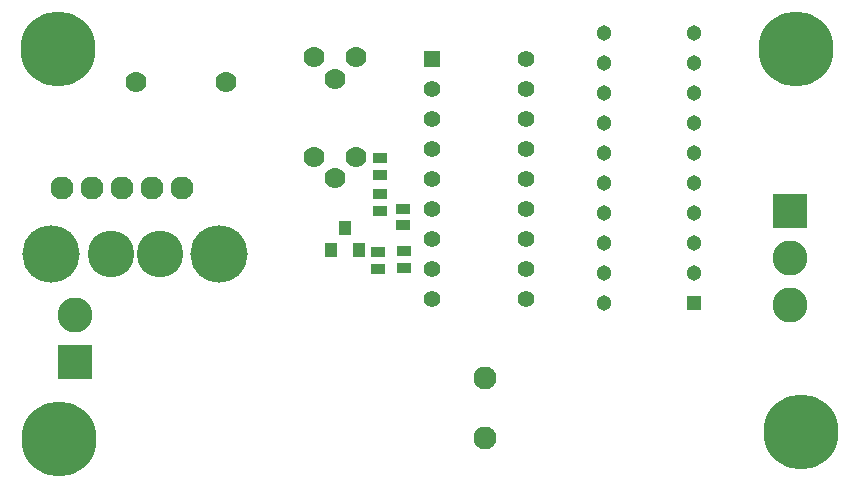
<source format=gbs>
G04 EasyPC Gerber Version 21.0.3 Build 4286 *
G04 #@! TF.Part,Single*
G04 #@! TF.FileFunction,Soldermask,Bot *
G04 #@! TF.FilePolarity,Negative *
%FSLAX45Y45*%
%MOIN*%
G04 #@! TA.AperFunction,SMDPad*
%ADD28R,0.04937X0.03559*%
%ADD73R,0.04157X0.04827*%
G04 #@! TA.AperFunction,ComponentPad*
%ADD157R,0.05134X0.05134*%
%ADD155R,0.05563X0.05563*%
%ADD29R,0.11630X0.11630*%
%ADD158C,0.05134*%
%ADD156C,0.05563*%
%ADD74C,0.07000*%
%ADD27C,0.07693*%
%ADD72C,0.11630*%
%ADD160C,0.15567*%
%ADD159C,0.19110*%
G04 #@! TA.AperFunction,WasherPad*
%ADD26C,0.25016*%
X0Y0D02*
D02*
D26*
X26708Y159499D03*
X26917Y29663D03*
X272570Y159499D03*
X274318Y31825D03*
D02*
D27*
X27925Y113446D03*
X37925D03*
X47925D03*
X57925D03*
X67925D03*
X168984Y30062D03*
Y50062D03*
D02*
D28*
X133540Y86360D03*
Y91911D03*
X133914Y117759D03*
Y123310D03*
X134039Y105653D03*
Y111204D03*
X141652Y100837D03*
Y106389D03*
X142026Y86735D03*
Y92286D03*
D02*
D29*
X32449Y55413D03*
X270578Y105459D03*
D02*
D72*
X32449Y71004D03*
X270578Y74278D03*
Y89869D03*
D02*
D73*
X117768Y92650D03*
X122432Y100093D03*
X127003Y92650D03*
D02*
D74*
X52644Y148516D03*
X82565D03*
X111957Y156933D03*
X112082Y123736D03*
X118938Y149772D03*
X119063Y116574D03*
X126060Y156933D03*
X126185Y123736D03*
D02*
D155*
X151361Y156317D03*
D02*
D156*
Y76317D03*
Y86317D03*
Y96317D03*
Y106317D03*
Y116317D03*
Y126317D03*
Y136317D03*
Y146317D03*
X182613Y76317D03*
Y86317D03*
Y96317D03*
Y106317D03*
Y116317D03*
Y126317D03*
Y136317D03*
Y146317D03*
Y156317D03*
D02*
D157*
X238749Y74882D03*
D02*
D158*
X208828D03*
Y84882D03*
Y94882D03*
Y104882D03*
Y114882D03*
Y124882D03*
Y134882D03*
Y144882D03*
Y154882D03*
Y164882D03*
X238749Y84882D03*
Y94882D03*
Y104882D03*
Y114882D03*
Y124882D03*
Y134882D03*
Y144882D03*
Y154882D03*
Y164882D03*
D02*
D159*
X24543Y91356D03*
X80478D03*
D02*
D160*
X44228D03*
X60793D03*
X0Y0D02*
M02*

</source>
